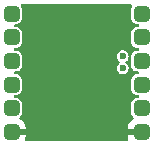
<source format=gbr>
%TF.GenerationSoftware,KiCad,Pcbnew,7.0.11*%
%TF.CreationDate,2024-12-11T11:32:47-03:00*%
%TF.ProjectId,Placa_SiPM,506c6163-615f-4536-9950-4d2e6b696361,rev?*%
%TF.SameCoordinates,Original*%
%TF.FileFunction,Copper,L3,Inr*%
%TF.FilePolarity,Positive*%
%FSLAX46Y46*%
G04 Gerber Fmt 4.6, Leading zero omitted, Abs format (unit mm)*
G04 Created by KiCad (PCBNEW 7.0.11) date 2024-12-11 11:32:47*
%MOMM*%
%LPD*%
G01*
G04 APERTURE LIST*
G04 Aperture macros list*
%AMRoundRect*
0 Rectangle with rounded corners*
0 $1 Rounding radius*
0 $2 $3 $4 $5 $6 $7 $8 $9 X,Y pos of 4 corners*
0 Add a 4 corners polygon primitive as box body*
4,1,4,$2,$3,$4,$5,$6,$7,$8,$9,$2,$3,0*
0 Add four circle primitives for the rounded corners*
1,1,$1+$1,$2,$3*
1,1,$1+$1,$4,$5*
1,1,$1+$1,$6,$7*
1,1,$1+$1,$8,$9*
0 Add four rect primitives between the rounded corners*
20,1,$1+$1,$2,$3,$4,$5,0*
20,1,$1+$1,$4,$5,$6,$7,0*
20,1,$1+$1,$6,$7,$8,$9,0*
20,1,$1+$1,$8,$9,$2,$3,0*%
G04 Aperture macros list end*
%TA.AperFunction,ComponentPad*%
%ADD10RoundRect,0.337500X-0.337500X-0.337500X0.337500X-0.337500X0.337500X0.337500X-0.337500X0.337500X0*%
%TD*%
%TA.AperFunction,ComponentPad*%
%ADD11RoundRect,0.337500X0.337500X0.337500X-0.337500X0.337500X-0.337500X-0.337500X0.337500X-0.337500X0*%
%TD*%
%TA.AperFunction,ViaPad*%
%ADD12C,0.600000*%
%TD*%
%TA.AperFunction,Conductor*%
%ADD13C,0.200000*%
%TD*%
G04 APERTURE END LIST*
D10*
%TO.N,Cat*%
%TO.C,J1*%
X145000000Y-118000000D03*
X145000000Y-120000000D03*
%TO.N,An*%
X145000000Y-122000000D03*
X145000000Y-124000000D03*
%TO.N,Fout*%
X145000000Y-126000000D03*
%TO.N,GND*%
X145000000Y-128000000D03*
%TD*%
D11*
%TO.N,GND*%
%TO.C,J2*%
X156000000Y-128000000D03*
%TO.N,Fout2*%
X156000000Y-126000000D03*
%TO.N,An2*%
X156000000Y-124000000D03*
X156000000Y-122000000D03*
%TO.N,Cat2*%
X156000000Y-120000000D03*
X156000000Y-118000000D03*
%TD*%
D12*
%TO.N,Fout*%
X154400000Y-121600000D03*
%TO.N,GND*%
X150300000Y-118600000D03*
X148900000Y-127600000D03*
X151500000Y-118000000D03*
X149900000Y-118000000D03*
X149700000Y-128400000D03*
X152100000Y-127600000D03*
X149500000Y-118600000D03*
X150700000Y-118000000D03*
X148900000Y-128400000D03*
X148700000Y-118600000D03*
X149100000Y-118000000D03*
X148300000Y-118000000D03*
X151900000Y-118600000D03*
X151100000Y-118600000D03*
X150500000Y-128400000D03*
X155100000Y-121000000D03*
X151300000Y-128400000D03*
X152100000Y-128400000D03*
X152300000Y-118000000D03*
%TO.N,Fout2*%
X154400000Y-122600000D03*
%TD*%
D13*
%TO.N,An*%
X145000000Y-124000000D02*
X145200000Y-124000000D01*
%TD*%
%TA.AperFunction,Conductor*%
%TO.N,GND*%
G36*
X155196520Y-117219407D02*
G01*
X155232484Y-117268907D01*
X155232484Y-117330093D01*
X155217213Y-117359319D01*
X155189138Y-117396341D01*
X155134883Y-117533920D01*
X155124500Y-117620379D01*
X155124500Y-118379620D01*
X155134883Y-118466079D01*
X155189138Y-118603658D01*
X155278500Y-118721500D01*
X155396342Y-118810862D01*
X155533923Y-118865117D01*
X155620382Y-118875500D01*
X155700500Y-118875500D01*
X155758691Y-118894407D01*
X155794655Y-118943907D01*
X155799500Y-118974500D01*
X155799500Y-119025500D01*
X155780593Y-119083691D01*
X155731093Y-119119655D01*
X155700500Y-119124500D01*
X155620379Y-119124500D01*
X155533920Y-119134883D01*
X155396341Y-119189138D01*
X155278503Y-119278497D01*
X155278497Y-119278503D01*
X155189138Y-119396341D01*
X155134883Y-119533920D01*
X155124500Y-119620379D01*
X155124500Y-120379620D01*
X155134883Y-120466079D01*
X155189138Y-120603658D01*
X155278500Y-120721500D01*
X155396342Y-120810862D01*
X155533923Y-120865117D01*
X155620382Y-120875500D01*
X155700500Y-120875500D01*
X155758691Y-120894407D01*
X155794655Y-120943907D01*
X155799500Y-120974500D01*
X155799500Y-121025500D01*
X155780593Y-121083691D01*
X155731093Y-121119655D01*
X155700500Y-121124500D01*
X155620379Y-121124500D01*
X155533920Y-121134883D01*
X155396341Y-121189138D01*
X155278503Y-121278497D01*
X155278497Y-121278503D01*
X155189138Y-121396341D01*
X155134883Y-121533920D01*
X155124500Y-121620379D01*
X155124500Y-122379620D01*
X155134883Y-122466079D01*
X155187694Y-122599997D01*
X155189138Y-122603658D01*
X155278500Y-122721500D01*
X155396342Y-122810862D01*
X155533923Y-122865117D01*
X155620382Y-122875500D01*
X155700500Y-122875500D01*
X155758691Y-122894407D01*
X155794655Y-122943907D01*
X155799500Y-122974500D01*
X155799500Y-123025500D01*
X155780593Y-123083691D01*
X155731093Y-123119655D01*
X155700500Y-123124500D01*
X155620379Y-123124500D01*
X155533920Y-123134883D01*
X155396341Y-123189138D01*
X155278503Y-123278497D01*
X155278497Y-123278503D01*
X155189138Y-123396341D01*
X155134883Y-123533920D01*
X155124500Y-123620379D01*
X155124500Y-124379620D01*
X155134883Y-124466079D01*
X155189138Y-124603658D01*
X155278500Y-124721500D01*
X155396342Y-124810862D01*
X155533923Y-124865117D01*
X155620382Y-124875500D01*
X155700500Y-124875500D01*
X155758691Y-124894407D01*
X155794655Y-124943907D01*
X155799500Y-124974500D01*
X155799500Y-125025500D01*
X155780593Y-125083691D01*
X155731093Y-125119655D01*
X155700500Y-125124500D01*
X155620379Y-125124500D01*
X155533920Y-125134883D01*
X155396341Y-125189138D01*
X155278503Y-125278497D01*
X155278497Y-125278503D01*
X155189138Y-125396341D01*
X155134883Y-125533920D01*
X155124500Y-125620379D01*
X155124500Y-126379620D01*
X155134883Y-126466079D01*
X155189138Y-126603658D01*
X155278500Y-126721500D01*
X155278504Y-126721503D01*
X155278506Y-126721505D01*
X155307903Y-126743797D01*
X155342846Y-126794023D01*
X155341593Y-126855195D01*
X155304624Y-126903948D01*
X155292073Y-126911372D01*
X155208789Y-126952677D01*
X155208784Y-126952680D01*
X155066812Y-127066800D01*
X155066800Y-127066812D01*
X154952680Y-127208784D01*
X154952675Y-127208792D01*
X154871741Y-127371982D01*
X154871738Y-127371988D01*
X154827774Y-127548769D01*
X154827773Y-127548774D01*
X154825000Y-127589661D01*
X154825000Y-127749999D01*
X154825001Y-127750000D01*
X155684314Y-127750000D01*
X155672359Y-127761955D01*
X155614835Y-127874852D01*
X155595014Y-128000000D01*
X155614835Y-128125148D01*
X155672359Y-128238045D01*
X155684314Y-128250000D01*
X154825002Y-128250000D01*
X154825001Y-128250001D01*
X154825001Y-128410340D01*
X154827774Y-128451227D01*
X154871738Y-128628012D01*
X154871739Y-128628014D01*
X154885874Y-128656514D01*
X154894790Y-128717046D01*
X154866423Y-128771258D01*
X154811608Y-128798443D01*
X154797182Y-128799500D01*
X146202818Y-128799500D01*
X146144627Y-128780593D01*
X146108663Y-128731093D01*
X146108663Y-128669907D01*
X146114126Y-128656514D01*
X146128260Y-128628014D01*
X146128261Y-128628011D01*
X146172225Y-128451230D01*
X146172226Y-128451225D01*
X146174999Y-128410338D01*
X146175000Y-128410319D01*
X146175000Y-128250001D01*
X146174999Y-128250000D01*
X145315686Y-128250000D01*
X145327641Y-128238045D01*
X145385165Y-128125148D01*
X145404986Y-128000000D01*
X145385165Y-127874852D01*
X145327641Y-127761955D01*
X145315686Y-127750000D01*
X146174998Y-127750000D01*
X146174999Y-127749999D01*
X146174999Y-127589684D01*
X146174998Y-127589659D01*
X146172225Y-127548772D01*
X146128261Y-127371987D01*
X146128258Y-127371982D01*
X146047324Y-127208792D01*
X146047319Y-127208784D01*
X145933199Y-127066812D01*
X145933187Y-127066800D01*
X145791215Y-126952680D01*
X145791207Y-126952675D01*
X145707927Y-126911372D01*
X145664196Y-126868579D01*
X145653971Y-126808254D01*
X145681156Y-126753440D01*
X145692089Y-126743802D01*
X145721500Y-126721500D01*
X145810862Y-126603658D01*
X145865117Y-126466077D01*
X145875500Y-126379618D01*
X145875500Y-125620382D01*
X145865117Y-125533923D01*
X145810862Y-125396342D01*
X145721500Y-125278500D01*
X145603658Y-125189138D01*
X145466079Y-125134883D01*
X145379620Y-125124500D01*
X145379618Y-125124500D01*
X145299500Y-125124500D01*
X145241309Y-125105593D01*
X145205345Y-125056093D01*
X145200500Y-125025500D01*
X145200500Y-124974500D01*
X145219407Y-124916309D01*
X145268907Y-124880345D01*
X145299500Y-124875500D01*
X145379616Y-124875500D01*
X145379618Y-124875500D01*
X145466077Y-124865117D01*
X145603658Y-124810862D01*
X145721500Y-124721500D01*
X145810862Y-124603658D01*
X145865117Y-124466077D01*
X145875500Y-124379618D01*
X145875500Y-123620382D01*
X145865117Y-123533923D01*
X145810862Y-123396342D01*
X145721500Y-123278500D01*
X145603658Y-123189138D01*
X145466079Y-123134883D01*
X145379620Y-123124500D01*
X145379618Y-123124500D01*
X145299500Y-123124500D01*
X145241309Y-123105593D01*
X145205345Y-123056093D01*
X145200500Y-123025500D01*
X145200500Y-122974500D01*
X145219407Y-122916309D01*
X145268907Y-122880345D01*
X145299500Y-122875500D01*
X145379616Y-122875500D01*
X145379618Y-122875500D01*
X145466077Y-122865117D01*
X145603658Y-122810862D01*
X145721500Y-122721500D01*
X145810862Y-122603658D01*
X145812304Y-122600002D01*
X153894353Y-122600002D01*
X153914834Y-122742456D01*
X153974622Y-122873371D01*
X153974623Y-122873373D01*
X154068872Y-122982143D01*
X154068873Y-122982144D01*
X154189942Y-123059950D01*
X154189947Y-123059953D01*
X154296403Y-123091211D01*
X154328035Y-123100499D01*
X154328036Y-123100499D01*
X154328039Y-123100500D01*
X154328041Y-123100500D01*
X154471959Y-123100500D01*
X154471961Y-123100500D01*
X154610053Y-123059953D01*
X154731128Y-122982143D01*
X154825377Y-122873373D01*
X154885165Y-122742457D01*
X154905647Y-122600000D01*
X154885165Y-122457543D01*
X154825377Y-122326627D01*
X154731128Y-122217857D01*
X154731127Y-122217856D01*
X154731126Y-122217855D01*
X154677331Y-122183284D01*
X154638600Y-122135919D01*
X154635106Y-122074833D01*
X154668185Y-122023360D01*
X154677331Y-122016716D01*
X154731126Y-121982144D01*
X154731125Y-121982144D01*
X154731128Y-121982143D01*
X154825377Y-121873373D01*
X154885165Y-121742457D01*
X154891992Y-121694971D01*
X154905647Y-121600002D01*
X154905647Y-121599997D01*
X154885165Y-121457543D01*
X154857215Y-121396342D01*
X154825377Y-121326627D01*
X154731128Y-121217857D01*
X154731127Y-121217856D01*
X154731126Y-121217855D01*
X154610057Y-121140049D01*
X154610054Y-121140047D01*
X154610053Y-121140047D01*
X154610050Y-121140046D01*
X154471964Y-121099500D01*
X154471961Y-121099500D01*
X154328039Y-121099500D01*
X154328035Y-121099500D01*
X154189949Y-121140046D01*
X154189942Y-121140049D01*
X154068873Y-121217855D01*
X153974622Y-121326628D01*
X153914834Y-121457543D01*
X153894353Y-121599997D01*
X153894353Y-121600002D01*
X153914834Y-121742456D01*
X153974622Y-121873371D01*
X153974623Y-121873373D01*
X154068872Y-121982143D01*
X154122669Y-122016716D01*
X154161400Y-122064082D01*
X154164893Y-122125168D01*
X154131813Y-122176640D01*
X154122669Y-122183284D01*
X154068872Y-122217857D01*
X153974622Y-122326628D01*
X153914834Y-122457543D01*
X153894353Y-122599997D01*
X153894353Y-122600002D01*
X145812304Y-122600002D01*
X145865117Y-122466077D01*
X145875500Y-122379618D01*
X145875500Y-121620382D01*
X145865117Y-121533923D01*
X145810862Y-121396342D01*
X145721500Y-121278500D01*
X145603658Y-121189138D01*
X145466079Y-121134883D01*
X145379620Y-121124500D01*
X145379618Y-121124500D01*
X145299500Y-121124500D01*
X145241309Y-121105593D01*
X145205345Y-121056093D01*
X145200500Y-121025500D01*
X145200500Y-120974500D01*
X145219407Y-120916309D01*
X145268907Y-120880345D01*
X145299500Y-120875500D01*
X145379616Y-120875500D01*
X145379618Y-120875500D01*
X145466077Y-120865117D01*
X145603658Y-120810862D01*
X145721500Y-120721500D01*
X145810862Y-120603658D01*
X145865117Y-120466077D01*
X145875500Y-120379618D01*
X145875500Y-119620382D01*
X145865117Y-119533923D01*
X145810862Y-119396342D01*
X145721500Y-119278500D01*
X145603658Y-119189138D01*
X145466079Y-119134883D01*
X145379620Y-119124500D01*
X145379618Y-119124500D01*
X145299500Y-119124500D01*
X145241309Y-119105593D01*
X145205345Y-119056093D01*
X145200500Y-119025500D01*
X145200500Y-118974500D01*
X145219407Y-118916309D01*
X145268907Y-118880345D01*
X145299500Y-118875500D01*
X145379616Y-118875500D01*
X145379618Y-118875500D01*
X145466077Y-118865117D01*
X145603658Y-118810862D01*
X145721500Y-118721500D01*
X145810862Y-118603658D01*
X145865117Y-118466077D01*
X145875500Y-118379618D01*
X145875500Y-117620382D01*
X145865117Y-117533923D01*
X145810862Y-117396342D01*
X145782787Y-117359319D01*
X145762692Y-117301528D01*
X145780403Y-117242962D01*
X145829156Y-117205992D01*
X145861671Y-117200500D01*
X155138329Y-117200500D01*
X155196520Y-117219407D01*
G37*
%TD.AperFunction*%
%TD*%
M02*

</source>
